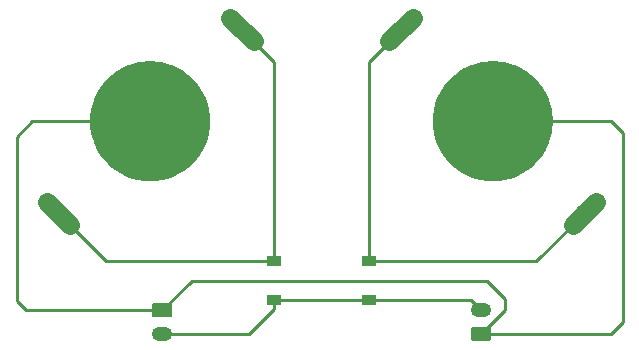
<source format=gtl>
G04 #@! TF.GenerationSoftware,KiCad,Pcbnew,(5.1.4)-1*
G04 #@! TF.CreationDate,2019-08-21T00:58:32+09:00*
G04 #@! TF.ProjectId,battery-pack-pcb,62617474-6572-4792-9d70-61636b2d7063,rev?*
G04 #@! TF.SameCoordinates,PX2faf080PY2faf080*
G04 #@! TF.FileFunction,Copper,L1,Top*
G04 #@! TF.FilePolarity,Positive*
%FSLAX46Y46*%
G04 Gerber Fmt 4.6, Leading zero omitted, Abs format (unit mm)*
G04 Created by KiCad (PCBNEW (5.1.4)-1) date 2019-08-21 00:58:32*
%MOMM*%
%LPD*%
G04 APERTURE LIST*
%ADD10C,1.600000*%
%ADD11C,1.600000*%
%ADD12C,0.100000*%
%ADD13C,10.160000*%
%ADD14C,1.200000*%
%ADD15O,1.750000X1.200000*%
%ADD16R,1.200000X0.900000*%
%ADD17C,0.250000*%
G04 APERTURE END LIST*
D10*
X20778175Y-5721825D03*
D11*
X19788226Y-4731876D02*
X21768124Y-6711774D01*
D10*
X5221825Y-21278175D03*
D11*
X4231876Y-20288226D02*
X6211774Y-22268124D01*
D12*
G36*
X13497927Y-8444461D02*
G01*
X13991059Y-8517610D01*
X14474646Y-8638742D01*
X14944032Y-8806691D01*
X15394695Y-9019839D01*
X15822297Y-9276133D01*
X16222718Y-9573106D01*
X16592102Y-9907897D01*
X16592103Y-9907898D01*
X16926894Y-10277282D01*
X17223867Y-10677703D01*
X17480161Y-11105305D01*
X17693309Y-11555968D01*
X17861258Y-12025354D01*
X17982390Y-12508941D01*
X18055539Y-13002073D01*
X18080001Y-13500000D01*
X18055539Y-13997927D01*
X17982390Y-14491059D01*
X17861258Y-14974646D01*
X17693309Y-15444032D01*
X17480161Y-15894695D01*
X17223867Y-16322297D01*
X16926894Y-16722718D01*
X16592103Y-17092102D01*
X16592102Y-17092103D01*
X16222718Y-17426894D01*
X15822297Y-17723867D01*
X15394695Y-17980161D01*
X14944032Y-18193309D01*
X14474646Y-18361258D01*
X13991059Y-18482390D01*
X13497927Y-18555539D01*
X13000000Y-18580001D01*
X12502073Y-18555539D01*
X12008941Y-18482390D01*
X11525354Y-18361258D01*
X11055968Y-18193309D01*
X10605305Y-17980161D01*
X10177703Y-17723867D01*
X9777282Y-17426894D01*
X9407898Y-17092103D01*
X9407897Y-17092102D01*
X9073106Y-16722718D01*
X8776133Y-16322297D01*
X8519839Y-15894695D01*
X8306691Y-15444032D01*
X8138742Y-14974646D01*
X8017610Y-14491059D01*
X7944461Y-13997927D01*
X7919999Y-13500000D01*
X7944461Y-13002073D01*
X8017610Y-12508941D01*
X8138742Y-12025354D01*
X8306691Y-11555968D01*
X8519839Y-11105305D01*
X8776133Y-10677703D01*
X9073106Y-10277282D01*
X9407897Y-9907898D01*
X9407898Y-9907897D01*
X9777282Y-9573106D01*
X10177703Y-9276133D01*
X10605305Y-9019839D01*
X11055968Y-8806691D01*
X11525354Y-8638742D01*
X12008941Y-8517610D01*
X12502073Y-8444461D01*
X13000000Y-8419999D01*
X13497927Y-8444461D01*
X13497927Y-8444461D01*
G37*
D13*
X13000000Y-13500000D03*
D10*
X49778175Y-21278175D03*
D11*
X50768124Y-20288226D02*
X48788226Y-22268124D01*
D10*
X34221825Y-5721825D03*
D11*
X35211774Y-4731876D02*
X33231876Y-6711774D01*
D12*
G36*
X42497927Y-8444461D02*
G01*
X42991059Y-8517610D01*
X43474646Y-8638742D01*
X43944032Y-8806691D01*
X44394695Y-9019839D01*
X44822297Y-9276133D01*
X45222718Y-9573106D01*
X45592102Y-9907897D01*
X45592103Y-9907898D01*
X45926894Y-10277282D01*
X46223867Y-10677703D01*
X46480161Y-11105305D01*
X46693309Y-11555968D01*
X46861258Y-12025354D01*
X46982390Y-12508941D01*
X47055539Y-13002073D01*
X47080001Y-13500000D01*
X47055539Y-13997927D01*
X46982390Y-14491059D01*
X46861258Y-14974646D01*
X46693309Y-15444032D01*
X46480161Y-15894695D01*
X46223867Y-16322297D01*
X45926894Y-16722718D01*
X45592103Y-17092102D01*
X45592102Y-17092103D01*
X45222718Y-17426894D01*
X44822297Y-17723867D01*
X44394695Y-17980161D01*
X43944032Y-18193309D01*
X43474646Y-18361258D01*
X42991059Y-18482390D01*
X42497927Y-18555539D01*
X42000000Y-18580001D01*
X41502073Y-18555539D01*
X41008941Y-18482390D01*
X40525354Y-18361258D01*
X40055968Y-18193309D01*
X39605305Y-17980161D01*
X39177703Y-17723867D01*
X38777282Y-17426894D01*
X38407898Y-17092103D01*
X38407897Y-17092102D01*
X38073106Y-16722718D01*
X37776133Y-16322297D01*
X37519839Y-15894695D01*
X37306691Y-15444032D01*
X37138742Y-14974646D01*
X37017610Y-14491059D01*
X36944461Y-13997927D01*
X36919999Y-13500000D01*
X36944461Y-13002073D01*
X37017610Y-12508941D01*
X37138742Y-12025354D01*
X37306691Y-11555968D01*
X37519839Y-11105305D01*
X37776133Y-10677703D01*
X38073106Y-10277282D01*
X38407897Y-9907898D01*
X38407898Y-9907897D01*
X38777282Y-9573106D01*
X39177703Y-9276133D01*
X39605305Y-9019839D01*
X40055968Y-8806691D01*
X40525354Y-8638742D01*
X41008941Y-8517610D01*
X41502073Y-8444461D01*
X42000000Y-8419999D01*
X42497927Y-8444461D01*
X42497927Y-8444461D01*
G37*
D13*
X42000000Y-13500000D03*
D12*
G36*
X41649505Y-30901204D02*
G01*
X41673773Y-30904804D01*
X41697572Y-30910765D01*
X41720671Y-30919030D01*
X41742850Y-30929520D01*
X41763893Y-30942132D01*
X41783599Y-30956747D01*
X41801777Y-30973223D01*
X41818253Y-30991401D01*
X41832868Y-31011107D01*
X41845480Y-31032150D01*
X41855970Y-31054329D01*
X41864235Y-31077428D01*
X41870196Y-31101227D01*
X41873796Y-31125495D01*
X41875000Y-31149999D01*
X41875000Y-31850001D01*
X41873796Y-31874505D01*
X41870196Y-31898773D01*
X41864235Y-31922572D01*
X41855970Y-31945671D01*
X41845480Y-31967850D01*
X41832868Y-31988893D01*
X41818253Y-32008599D01*
X41801777Y-32026777D01*
X41783599Y-32043253D01*
X41763893Y-32057868D01*
X41742850Y-32070480D01*
X41720671Y-32080970D01*
X41697572Y-32089235D01*
X41673773Y-32095196D01*
X41649505Y-32098796D01*
X41625001Y-32100000D01*
X40374999Y-32100000D01*
X40350495Y-32098796D01*
X40326227Y-32095196D01*
X40302428Y-32089235D01*
X40279329Y-32080970D01*
X40257150Y-32070480D01*
X40236107Y-32057868D01*
X40216401Y-32043253D01*
X40198223Y-32026777D01*
X40181747Y-32008599D01*
X40167132Y-31988893D01*
X40154520Y-31967850D01*
X40144030Y-31945671D01*
X40135765Y-31922572D01*
X40129804Y-31898773D01*
X40126204Y-31874505D01*
X40125000Y-31850001D01*
X40125000Y-31149999D01*
X40126204Y-31125495D01*
X40129804Y-31101227D01*
X40135765Y-31077428D01*
X40144030Y-31054329D01*
X40154520Y-31032150D01*
X40167132Y-31011107D01*
X40181747Y-30991401D01*
X40198223Y-30973223D01*
X40216401Y-30956747D01*
X40236107Y-30942132D01*
X40257150Y-30929520D01*
X40279329Y-30919030D01*
X40302428Y-30910765D01*
X40326227Y-30904804D01*
X40350495Y-30901204D01*
X40374999Y-30900000D01*
X41625001Y-30900000D01*
X41649505Y-30901204D01*
X41649505Y-30901204D01*
G37*
D14*
X41000000Y-31500000D03*
D15*
X41000000Y-29500000D03*
D12*
G36*
X14649505Y-28901204D02*
G01*
X14673773Y-28904804D01*
X14697572Y-28910765D01*
X14720671Y-28919030D01*
X14742850Y-28929520D01*
X14763893Y-28942132D01*
X14783599Y-28956747D01*
X14801777Y-28973223D01*
X14818253Y-28991401D01*
X14832868Y-29011107D01*
X14845480Y-29032150D01*
X14855970Y-29054329D01*
X14864235Y-29077428D01*
X14870196Y-29101227D01*
X14873796Y-29125495D01*
X14875000Y-29149999D01*
X14875000Y-29850001D01*
X14873796Y-29874505D01*
X14870196Y-29898773D01*
X14864235Y-29922572D01*
X14855970Y-29945671D01*
X14845480Y-29967850D01*
X14832868Y-29988893D01*
X14818253Y-30008599D01*
X14801777Y-30026777D01*
X14783599Y-30043253D01*
X14763893Y-30057868D01*
X14742850Y-30070480D01*
X14720671Y-30080970D01*
X14697572Y-30089235D01*
X14673773Y-30095196D01*
X14649505Y-30098796D01*
X14625001Y-30100000D01*
X13374999Y-30100000D01*
X13350495Y-30098796D01*
X13326227Y-30095196D01*
X13302428Y-30089235D01*
X13279329Y-30080970D01*
X13257150Y-30070480D01*
X13236107Y-30057868D01*
X13216401Y-30043253D01*
X13198223Y-30026777D01*
X13181747Y-30008599D01*
X13167132Y-29988893D01*
X13154520Y-29967850D01*
X13144030Y-29945671D01*
X13135765Y-29922572D01*
X13129804Y-29898773D01*
X13126204Y-29874505D01*
X13125000Y-29850001D01*
X13125000Y-29149999D01*
X13126204Y-29125495D01*
X13129804Y-29101227D01*
X13135765Y-29077428D01*
X13144030Y-29054329D01*
X13154520Y-29032150D01*
X13167132Y-29011107D01*
X13181747Y-28991401D01*
X13198223Y-28973223D01*
X13216401Y-28956747D01*
X13236107Y-28942132D01*
X13257150Y-28929520D01*
X13279329Y-28919030D01*
X13302428Y-28910765D01*
X13326227Y-28904804D01*
X13350495Y-28901204D01*
X13374999Y-28900000D01*
X14625001Y-28900000D01*
X14649505Y-28901204D01*
X14649505Y-28901204D01*
G37*
D14*
X14000000Y-29500000D03*
D15*
X14000000Y-31500000D03*
D16*
X23500000Y-28650000D03*
X23500000Y-25350000D03*
X31500000Y-28650000D03*
X31500000Y-25350000D03*
D17*
X13025000Y-29500000D02*
X14000000Y-29500000D01*
X2500000Y-29500000D02*
X13025000Y-29500000D01*
X1700000Y-28700000D02*
X2500000Y-29500000D01*
X1700000Y-14800000D02*
X1700000Y-28700000D01*
X13000000Y-13500000D02*
X3000000Y-13500000D01*
X3000000Y-13500000D02*
X1700000Y-14800000D01*
X52000000Y-31500000D02*
X41000000Y-31500000D01*
X53000000Y-30500000D02*
X52000000Y-31500000D01*
X53000000Y-14500000D02*
X53000000Y-30500000D01*
X42000000Y-13500000D02*
X52000000Y-13500000D01*
X52000000Y-13500000D02*
X53000000Y-14500000D01*
X41670710Y-30829290D02*
X41000000Y-31500000D01*
X43000000Y-29500000D02*
X41670710Y-30829290D01*
X43000000Y-28500000D02*
X43000000Y-29500000D01*
X41500000Y-27000000D02*
X43000000Y-28500000D01*
X14000000Y-29500000D02*
X16500000Y-27000000D01*
X16500000Y-27000000D02*
X41500000Y-27000000D01*
X31500000Y-23600000D02*
X31500000Y-25350000D01*
X34221825Y-5721825D02*
X31500000Y-8443650D01*
X31500000Y-8443650D02*
X31500000Y-23600000D01*
X45706350Y-25350000D02*
X49778175Y-21278175D01*
X31500000Y-25350000D02*
X45706350Y-25350000D01*
X23500000Y-8443650D02*
X23500000Y-25350000D01*
X20778175Y-5721825D02*
X23500000Y-8443650D01*
X9293650Y-25350000D02*
X5221825Y-21278175D01*
X23500000Y-25350000D02*
X9293650Y-25350000D01*
X15125000Y-31500000D02*
X14000000Y-31500000D01*
X21350000Y-31500000D02*
X15125000Y-31500000D01*
X23500000Y-29350000D02*
X21350000Y-31500000D01*
X23500000Y-28650000D02*
X23500000Y-29350000D01*
X31500000Y-28650000D02*
X23500000Y-28650000D01*
X40150000Y-28650000D02*
X41000000Y-29500000D01*
X31500000Y-28650000D02*
X40150000Y-28650000D01*
M02*

</source>
